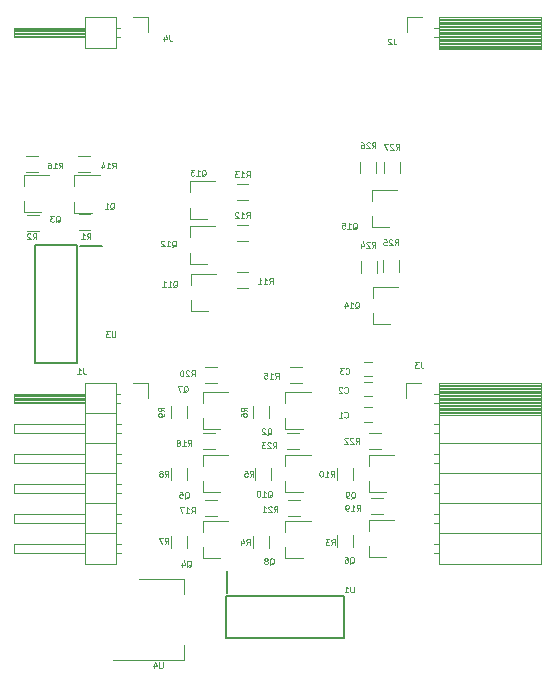
<source format=gbo>
%TF.GenerationSoftware,KiCad,Pcbnew,4.0.7*%
%TF.CreationDate,2017-11-15T23:48:28+08:00*%
%TF.ProjectId,Nixie-Tube-with-shiftR,4E697869652D547562652D776974682D,rev?*%
%TF.FileFunction,Legend,Bot*%
%FSLAX46Y46*%
G04 Gerber Fmt 4.6, Leading zero omitted, Abs format (unit mm)*
G04 Created by KiCad (PCBNEW 4.0.7) date 11/15/17 23:48:28*
%MOMM*%
%LPD*%
G01*
G04 APERTURE LIST*
%ADD10C,0.100000*%
%ADD11C,0.120000*%
%ADD12C,0.150000*%
G04 APERTURE END LIST*
D10*
D11*
X15360000Y-48290000D02*
X15360000Y-49550000D01*
X15360000Y-55110000D02*
X15360000Y-53850000D01*
X11600000Y-48290000D02*
X15360000Y-48290000D01*
X9350000Y-55110000D02*
X15360000Y-55110000D01*
X31350000Y-31600000D02*
X30650000Y-31600000D01*
X30650000Y-32800000D02*
X31350000Y-32800000D01*
X36960000Y-31670000D02*
X36960000Y-34270000D01*
X36960000Y-34270000D02*
X45590000Y-34270000D01*
X45590000Y-34270000D02*
X45590000Y-31670000D01*
X45590000Y-31670000D02*
X36960000Y-31670000D01*
X36530000Y-32620000D02*
X36960000Y-32620000D01*
X36530000Y-33380000D02*
X36960000Y-33380000D01*
X36960000Y-31850000D02*
X45590000Y-31850000D01*
X36960000Y-31970000D02*
X45590000Y-31970000D01*
X36960000Y-32090000D02*
X45590000Y-32090000D01*
X36960000Y-32210000D02*
X45590000Y-32210000D01*
X36960000Y-32330000D02*
X45590000Y-32330000D01*
X36960000Y-32450000D02*
X45590000Y-32450000D01*
X36960000Y-32570000D02*
X45590000Y-32570000D01*
X36960000Y-32690000D02*
X45590000Y-32690000D01*
X36960000Y-32810000D02*
X45590000Y-32810000D01*
X36960000Y-32930000D02*
X45590000Y-32930000D01*
X36960000Y-33050000D02*
X45590000Y-33050000D01*
X36960000Y-33170000D02*
X45590000Y-33170000D01*
X36960000Y-33290000D02*
X45590000Y-33290000D01*
X36960000Y-33410000D02*
X45590000Y-33410000D01*
X36960000Y-33530000D02*
X45590000Y-33530000D01*
X36960000Y-33650000D02*
X45590000Y-33650000D01*
X36960000Y-33770000D02*
X45590000Y-33770000D01*
X36960000Y-33890000D02*
X45590000Y-33890000D01*
X36960000Y-34010000D02*
X45590000Y-34010000D01*
X36960000Y-34130000D02*
X45590000Y-34130000D01*
X36960000Y-34250000D02*
X45590000Y-34250000D01*
X36960000Y-34370000D02*
X45590000Y-34370000D01*
X36960000Y-34270000D02*
X36960000Y-36810000D01*
X36960000Y-36810000D02*
X45590000Y-36810000D01*
X45590000Y-36810000D02*
X45590000Y-34270000D01*
X45590000Y-34270000D02*
X36960000Y-34270000D01*
X36530000Y-35160000D02*
X36960000Y-35160000D01*
X36530000Y-35920000D02*
X36960000Y-35920000D01*
X36960000Y-36810000D02*
X36960000Y-39350000D01*
X36960000Y-39350000D02*
X45590000Y-39350000D01*
X45590000Y-39350000D02*
X45590000Y-36810000D01*
X45590000Y-36810000D02*
X36960000Y-36810000D01*
X36530000Y-37700000D02*
X36960000Y-37700000D01*
X36530000Y-38460000D02*
X36960000Y-38460000D01*
X36960000Y-39350000D02*
X36960000Y-41890000D01*
X36960000Y-41890000D02*
X45590000Y-41890000D01*
X45590000Y-41890000D02*
X45590000Y-39350000D01*
X45590000Y-39350000D02*
X36960000Y-39350000D01*
X36530000Y-40240000D02*
X36960000Y-40240000D01*
X36530000Y-41000000D02*
X36960000Y-41000000D01*
X36960000Y-41890000D02*
X36960000Y-44430000D01*
X36960000Y-44430000D02*
X45590000Y-44430000D01*
X45590000Y-44430000D02*
X45590000Y-41890000D01*
X45590000Y-41890000D02*
X36960000Y-41890000D01*
X36530000Y-42780000D02*
X36960000Y-42780000D01*
X36530000Y-43540000D02*
X36960000Y-43540000D01*
X36960000Y-44430000D02*
X36960000Y-47030000D01*
X36960000Y-47030000D02*
X45590000Y-47030000D01*
X45590000Y-47030000D02*
X45590000Y-44430000D01*
X45590000Y-44430000D02*
X36960000Y-44430000D01*
X36530000Y-45320000D02*
X36960000Y-45320000D01*
X36530000Y-46080000D02*
X36960000Y-46080000D01*
X35500000Y-31730000D02*
X34230000Y-31730000D01*
X34230000Y-31730000D02*
X34230000Y-33000000D01*
X9660000Y-31670000D02*
X9660000Y-47030000D01*
X9660000Y-47030000D02*
X7000000Y-47030000D01*
X7000000Y-47030000D02*
X7000000Y-31670000D01*
X7000000Y-31670000D02*
X9660000Y-31670000D01*
X7000000Y-32620000D02*
X1000000Y-32620000D01*
X1000000Y-32620000D02*
X1000000Y-33380000D01*
X1000000Y-33380000D02*
X7000000Y-33380000D01*
X7000000Y-32680000D02*
X1000000Y-32680000D01*
X7000000Y-32800000D02*
X1000000Y-32800000D01*
X7000000Y-32920000D02*
X1000000Y-32920000D01*
X7000000Y-33040000D02*
X1000000Y-33040000D01*
X7000000Y-33160000D02*
X1000000Y-33160000D01*
X7000000Y-33280000D02*
X1000000Y-33280000D01*
X9990000Y-32620000D02*
X9660000Y-32620000D01*
X9990000Y-33380000D02*
X9660000Y-33380000D01*
X9660000Y-34270000D02*
X7000000Y-34270000D01*
X7000000Y-35160000D02*
X1000000Y-35160000D01*
X1000000Y-35160000D02*
X1000000Y-35920000D01*
X1000000Y-35920000D02*
X7000000Y-35920000D01*
X10057071Y-35160000D02*
X9660000Y-35160000D01*
X10057071Y-35920000D02*
X9660000Y-35920000D01*
X9660000Y-36810000D02*
X7000000Y-36810000D01*
X7000000Y-37700000D02*
X1000000Y-37700000D01*
X1000000Y-37700000D02*
X1000000Y-38460000D01*
X1000000Y-38460000D02*
X7000000Y-38460000D01*
X10057071Y-37700000D02*
X9660000Y-37700000D01*
X10057071Y-38460000D02*
X9660000Y-38460000D01*
X9660000Y-39350000D02*
X7000000Y-39350000D01*
X7000000Y-40240000D02*
X1000000Y-40240000D01*
X1000000Y-40240000D02*
X1000000Y-41000000D01*
X1000000Y-41000000D02*
X7000000Y-41000000D01*
X10057071Y-40240000D02*
X9660000Y-40240000D01*
X10057071Y-41000000D02*
X9660000Y-41000000D01*
X9660000Y-41890000D02*
X7000000Y-41890000D01*
X7000000Y-42780000D02*
X1000000Y-42780000D01*
X1000000Y-42780000D02*
X1000000Y-43540000D01*
X1000000Y-43540000D02*
X7000000Y-43540000D01*
X10057071Y-42780000D02*
X9660000Y-42780000D01*
X10057071Y-43540000D02*
X9660000Y-43540000D01*
X9660000Y-44430000D02*
X7000000Y-44430000D01*
X7000000Y-45320000D02*
X1000000Y-45320000D01*
X1000000Y-45320000D02*
X1000000Y-46080000D01*
X1000000Y-46080000D02*
X7000000Y-46080000D01*
X10057071Y-45320000D02*
X9660000Y-45320000D01*
X10057071Y-46080000D02*
X9660000Y-46080000D01*
X12370000Y-33000000D02*
X12370000Y-31730000D01*
X12370000Y-31730000D02*
X11100000Y-31730000D01*
X33680000Y-13950000D02*
X33680000Y-12950000D01*
X32320000Y-12950000D02*
X32320000Y-13950000D01*
X30320000Y-12950000D02*
X30320000Y-13950000D01*
X31680000Y-13950000D02*
X31680000Y-12950000D01*
X31290000Y-18480000D02*
X31290000Y-17550000D01*
X31290000Y-15320000D02*
X31290000Y-16250000D01*
X31290000Y-15320000D02*
X33450000Y-15320000D01*
X31290000Y-18480000D02*
X32750000Y-18480000D01*
D12*
X6375000Y-28775000D02*
X6375000Y-30025000D01*
X2775000Y-28750000D02*
X2775000Y-30025000D01*
X8425000Y-20115000D02*
X8225000Y-20115000D01*
X8225000Y-20115000D02*
X6575000Y-20115000D01*
X6375000Y-20015000D02*
X6375000Y-28765000D01*
X6375000Y-30025000D02*
X2775000Y-30025000D01*
X2775000Y-28765000D02*
X2775000Y-20015000D01*
X2775000Y-20015000D02*
X6375000Y-20015000D01*
X27685000Y-49695000D02*
X28935000Y-49695000D01*
X27660000Y-53295000D02*
X28935000Y-53295000D01*
X19025000Y-47645000D02*
X19025000Y-47845000D01*
X19025000Y-47845000D02*
X19025000Y-49495000D01*
X18925000Y-49695000D02*
X27675000Y-49695000D01*
X28935000Y-49695000D02*
X28935000Y-53295000D01*
X27675000Y-53295000D02*
X18925000Y-53295000D01*
X18925000Y-53295000D02*
X18925000Y-49695000D01*
D11*
X33630000Y-22300000D02*
X33630000Y-21300000D01*
X32270000Y-21300000D02*
X32270000Y-22300000D01*
X30370000Y-21350000D02*
X30370000Y-22350000D01*
X31730000Y-22350000D02*
X31730000Y-21350000D01*
X25150000Y-35945000D02*
X24150000Y-35945000D01*
X24150000Y-37305000D02*
X25150000Y-37305000D01*
X32050000Y-35945000D02*
X31050000Y-35945000D01*
X31050000Y-37305000D02*
X32050000Y-37305000D01*
X25200000Y-41595000D02*
X24200000Y-41595000D01*
X24200000Y-42955000D02*
X25200000Y-42955000D01*
X18200000Y-30320000D02*
X17200000Y-30320000D01*
X17200000Y-31680000D02*
X18200000Y-31680000D01*
X32250000Y-41445000D02*
X31250000Y-41445000D01*
X31250000Y-42805000D02*
X32250000Y-42805000D01*
X18000000Y-35945000D02*
X17000000Y-35945000D01*
X17000000Y-37305000D02*
X18000000Y-37305000D01*
X18200000Y-41570000D02*
X17200000Y-41570000D01*
X17200000Y-42930000D02*
X18200000Y-42930000D01*
X3050000Y-12470000D02*
X2050000Y-12470000D01*
X2050000Y-13830000D02*
X3050000Y-13830000D01*
X25350000Y-30320000D02*
X24350000Y-30320000D01*
X24350000Y-31680000D02*
X25350000Y-31680000D01*
X6425000Y-13855000D02*
X7425000Y-13855000D01*
X7425000Y-12495000D02*
X6425000Y-12495000D01*
X19850000Y-16180000D02*
X20850000Y-16180000D01*
X20850000Y-14820000D02*
X19850000Y-14820000D01*
X19850000Y-19630000D02*
X20850000Y-19630000D01*
X20850000Y-18270000D02*
X19850000Y-18270000D01*
X19850000Y-23680000D02*
X20850000Y-23680000D01*
X20850000Y-22320000D02*
X19850000Y-22320000D01*
X29680000Y-39875000D02*
X29680000Y-38875000D01*
X28320000Y-38875000D02*
X28320000Y-39875000D01*
X15630000Y-34650000D02*
X15630000Y-33650000D01*
X14270000Y-33650000D02*
X14270000Y-34650000D01*
X15630000Y-39875000D02*
X15630000Y-38875000D01*
X14270000Y-38875000D02*
X14270000Y-39875000D01*
X15630000Y-45675000D02*
X15630000Y-44675000D01*
X14270000Y-44675000D02*
X14270000Y-45675000D01*
X22630000Y-34650000D02*
X22630000Y-33650000D01*
X21270000Y-33650000D02*
X21270000Y-34650000D01*
X22780000Y-39875000D02*
X22780000Y-38875000D01*
X21420000Y-38875000D02*
X21420000Y-39875000D01*
X22630000Y-45675000D02*
X22630000Y-44675000D01*
X21270000Y-44675000D02*
X21270000Y-45675000D01*
X29680000Y-45600000D02*
X29680000Y-44600000D01*
X28320000Y-44600000D02*
X28320000Y-45600000D01*
X2100000Y-18830000D02*
X3100000Y-18830000D01*
X3100000Y-17470000D02*
X2100000Y-17470000D01*
X6475000Y-18755000D02*
X7475000Y-18755000D01*
X7475000Y-17395000D02*
X6475000Y-17395000D01*
X31390000Y-26730000D02*
X31390000Y-25800000D01*
X31390000Y-23570000D02*
X31390000Y-24500000D01*
X31390000Y-23570000D02*
X33550000Y-23570000D01*
X31390000Y-26730000D02*
X32850000Y-26730000D01*
X15890000Y-17780000D02*
X15890000Y-16850000D01*
X15890000Y-14620000D02*
X15890000Y-15550000D01*
X15890000Y-14620000D02*
X18050000Y-14620000D01*
X15890000Y-17780000D02*
X17350000Y-17780000D01*
X15890000Y-21580000D02*
X15890000Y-20650000D01*
X15890000Y-18420000D02*
X15890000Y-19350000D01*
X15890000Y-18420000D02*
X18050000Y-18420000D01*
X15890000Y-21580000D02*
X17350000Y-21580000D01*
X15990000Y-25580000D02*
X15990000Y-24650000D01*
X15990000Y-22420000D02*
X15990000Y-23350000D01*
X15990000Y-22420000D02*
X18150000Y-22420000D01*
X15990000Y-25580000D02*
X17450000Y-25580000D01*
X23990000Y-40955000D02*
X23990000Y-40025000D01*
X23990000Y-37795000D02*
X23990000Y-38725000D01*
X23990000Y-37795000D02*
X26150000Y-37795000D01*
X23990000Y-40955000D02*
X25450000Y-40955000D01*
X31040000Y-40955000D02*
X31040000Y-40025000D01*
X31040000Y-37795000D02*
X31040000Y-38725000D01*
X31040000Y-37795000D02*
X33200000Y-37795000D01*
X31040000Y-40955000D02*
X32500000Y-40955000D01*
X23990000Y-46530000D02*
X23990000Y-45600000D01*
X23990000Y-43370000D02*
X23990000Y-44300000D01*
X23990000Y-43370000D02*
X26150000Y-43370000D01*
X23990000Y-46530000D02*
X25450000Y-46530000D01*
X16990000Y-35580000D02*
X16990000Y-34650000D01*
X16990000Y-32420000D02*
X16990000Y-33350000D01*
X16990000Y-32420000D02*
X19150000Y-32420000D01*
X16990000Y-35580000D02*
X18450000Y-35580000D01*
X31040000Y-46455000D02*
X31040000Y-45525000D01*
X31040000Y-43295000D02*
X31040000Y-44225000D01*
X31040000Y-43295000D02*
X33200000Y-43295000D01*
X31040000Y-46455000D02*
X32500000Y-46455000D01*
X16990000Y-40955000D02*
X16990000Y-40025000D01*
X16990000Y-37795000D02*
X16990000Y-38725000D01*
X16990000Y-37795000D02*
X19150000Y-37795000D01*
X16990000Y-40955000D02*
X18450000Y-40955000D01*
X16990000Y-46530000D02*
X16990000Y-45600000D01*
X16990000Y-43370000D02*
X16990000Y-44300000D01*
X16990000Y-43370000D02*
X19150000Y-43370000D01*
X16990000Y-46530000D02*
X18450000Y-46530000D01*
X23990000Y-35580000D02*
X23990000Y-34650000D01*
X23990000Y-32420000D02*
X23990000Y-33350000D01*
X23990000Y-32420000D02*
X26150000Y-32420000D01*
X23990000Y-35580000D02*
X25450000Y-35580000D01*
X6115000Y-17255000D02*
X6115000Y-16325000D01*
X6115000Y-14095000D02*
X6115000Y-15025000D01*
X6115000Y-14095000D02*
X8275000Y-14095000D01*
X6115000Y-17255000D02*
X7575000Y-17255000D01*
X9660000Y-670000D02*
X9660000Y-3330000D01*
X9660000Y-3330000D02*
X7000000Y-3330000D01*
X7000000Y-3330000D02*
X7000000Y-670000D01*
X7000000Y-670000D02*
X9660000Y-670000D01*
X7000000Y-1620000D02*
X1000000Y-1620000D01*
X1000000Y-1620000D02*
X1000000Y-2380000D01*
X1000000Y-2380000D02*
X7000000Y-2380000D01*
X7000000Y-1680000D02*
X1000000Y-1680000D01*
X7000000Y-1800000D02*
X1000000Y-1800000D01*
X7000000Y-1920000D02*
X1000000Y-1920000D01*
X7000000Y-2040000D02*
X1000000Y-2040000D01*
X7000000Y-2160000D02*
X1000000Y-2160000D01*
X7000000Y-2280000D02*
X1000000Y-2280000D01*
X9990000Y-1620000D02*
X9660000Y-1620000D01*
X9990000Y-2380000D02*
X9660000Y-2380000D01*
X12370000Y-2000000D02*
X12370000Y-730000D01*
X12370000Y-730000D02*
X11100000Y-730000D01*
X37010000Y-670000D02*
X37010000Y-3330000D01*
X37010000Y-3330000D02*
X45640000Y-3330000D01*
X45640000Y-3330000D02*
X45640000Y-670000D01*
X45640000Y-670000D02*
X37010000Y-670000D01*
X37010000Y-670000D02*
X37010000Y-3270000D01*
X37010000Y-3270000D02*
X45640000Y-3270000D01*
X45640000Y-3270000D02*
X45640000Y-670000D01*
X45640000Y-670000D02*
X37010000Y-670000D01*
X36580000Y-1620000D02*
X37010000Y-1620000D01*
X36580000Y-2380000D02*
X37010000Y-2380000D01*
X37010000Y-850000D02*
X45640000Y-850000D01*
X37010000Y-970000D02*
X45640000Y-970000D01*
X37010000Y-1090000D02*
X45640000Y-1090000D01*
X37010000Y-1210000D02*
X45640000Y-1210000D01*
X37010000Y-1330000D02*
X45640000Y-1330000D01*
X37010000Y-1450000D02*
X45640000Y-1450000D01*
X37010000Y-1570000D02*
X45640000Y-1570000D01*
X37010000Y-1690000D02*
X45640000Y-1690000D01*
X37010000Y-1810000D02*
X45640000Y-1810000D01*
X37010000Y-1930000D02*
X45640000Y-1930000D01*
X37010000Y-2050000D02*
X45640000Y-2050000D01*
X37010000Y-2170000D02*
X45640000Y-2170000D01*
X37010000Y-2290000D02*
X45640000Y-2290000D01*
X37010000Y-2410000D02*
X45640000Y-2410000D01*
X37010000Y-2530000D02*
X45640000Y-2530000D01*
X37010000Y-2650000D02*
X45640000Y-2650000D01*
X37010000Y-2770000D02*
X45640000Y-2770000D01*
X37010000Y-2890000D02*
X45640000Y-2890000D01*
X37010000Y-3010000D02*
X45640000Y-3010000D01*
X37010000Y-3130000D02*
X45640000Y-3130000D01*
X37010000Y-3250000D02*
X45640000Y-3250000D01*
X37010000Y-3370000D02*
X45640000Y-3370000D01*
X35550000Y-730000D02*
X34280000Y-730000D01*
X34280000Y-730000D02*
X34280000Y-2000000D01*
X30650000Y-34950000D02*
X31350000Y-34950000D01*
X31350000Y-33750000D02*
X30650000Y-33750000D01*
X1840000Y-17230000D02*
X1840000Y-16300000D01*
X1840000Y-14070000D02*
X1840000Y-15000000D01*
X1840000Y-14070000D02*
X4000000Y-14070000D01*
X1840000Y-17230000D02*
X3300000Y-17230000D01*
X31350000Y-29900000D02*
X30650000Y-29900000D01*
X30650000Y-31100000D02*
X31350000Y-31100000D01*
D10*
X13580952Y-55326190D02*
X13580952Y-55730952D01*
X13557143Y-55778571D01*
X13533333Y-55802381D01*
X13485714Y-55826190D01*
X13390476Y-55826190D01*
X13342857Y-55802381D01*
X13319048Y-55778571D01*
X13295238Y-55730952D01*
X13295238Y-55326190D01*
X12842857Y-55492857D02*
X12842857Y-55826190D01*
X12961904Y-55302381D02*
X13080952Y-55659524D01*
X12771428Y-55659524D01*
X28983333Y-32478571D02*
X29007143Y-32502381D01*
X29078571Y-32526190D01*
X29126190Y-32526190D01*
X29197619Y-32502381D01*
X29245238Y-32454762D01*
X29269047Y-32407143D01*
X29292857Y-32311905D01*
X29292857Y-32240476D01*
X29269047Y-32145238D01*
X29245238Y-32097619D01*
X29197619Y-32050000D01*
X29126190Y-32026190D01*
X29078571Y-32026190D01*
X29007143Y-32050000D01*
X28983333Y-32073810D01*
X28792857Y-32073810D02*
X28769047Y-32050000D01*
X28721428Y-32026190D01*
X28602381Y-32026190D01*
X28554762Y-32050000D01*
X28530952Y-32073810D01*
X28507143Y-32121429D01*
X28507143Y-32169048D01*
X28530952Y-32240476D01*
X28816666Y-32526190D01*
X28507143Y-32526190D01*
X35466666Y-29926190D02*
X35466666Y-30283333D01*
X35490476Y-30354762D01*
X35538095Y-30402381D01*
X35609523Y-30426190D01*
X35657142Y-30426190D01*
X35276190Y-29926190D02*
X34966667Y-29926190D01*
X35133333Y-30116667D01*
X35061905Y-30116667D01*
X35014286Y-30140476D01*
X34990476Y-30164286D01*
X34966667Y-30211905D01*
X34966667Y-30330952D01*
X34990476Y-30378571D01*
X35014286Y-30402381D01*
X35061905Y-30426190D01*
X35204762Y-30426190D01*
X35252381Y-30402381D01*
X35276190Y-30378571D01*
X6881666Y-30456190D02*
X6881666Y-30813333D01*
X6905476Y-30884762D01*
X6953095Y-30932381D01*
X7024523Y-30956190D01*
X7072142Y-30956190D01*
X6381667Y-30956190D02*
X6667381Y-30956190D01*
X6524524Y-30956190D02*
X6524524Y-30456190D01*
X6572143Y-30527619D01*
X6619762Y-30575238D01*
X6667381Y-30599048D01*
X33321428Y-11926190D02*
X33488095Y-11688095D01*
X33607142Y-11926190D02*
X33607142Y-11426190D01*
X33416666Y-11426190D01*
X33369047Y-11450000D01*
X33345238Y-11473810D01*
X33321428Y-11521429D01*
X33321428Y-11592857D01*
X33345238Y-11640476D01*
X33369047Y-11664286D01*
X33416666Y-11688095D01*
X33607142Y-11688095D01*
X33130952Y-11473810D02*
X33107142Y-11450000D01*
X33059523Y-11426190D01*
X32940476Y-11426190D01*
X32892857Y-11450000D01*
X32869047Y-11473810D01*
X32845238Y-11521429D01*
X32845238Y-11569048D01*
X32869047Y-11640476D01*
X33154761Y-11926190D01*
X32845238Y-11926190D01*
X32678571Y-11426190D02*
X32345238Y-11426190D01*
X32559524Y-11926190D01*
X31321428Y-11826190D02*
X31488095Y-11588095D01*
X31607142Y-11826190D02*
X31607142Y-11326190D01*
X31416666Y-11326190D01*
X31369047Y-11350000D01*
X31345238Y-11373810D01*
X31321428Y-11421429D01*
X31321428Y-11492857D01*
X31345238Y-11540476D01*
X31369047Y-11564286D01*
X31416666Y-11588095D01*
X31607142Y-11588095D01*
X31130952Y-11373810D02*
X31107142Y-11350000D01*
X31059523Y-11326190D01*
X30940476Y-11326190D01*
X30892857Y-11350000D01*
X30869047Y-11373810D01*
X30845238Y-11421429D01*
X30845238Y-11469048D01*
X30869047Y-11540476D01*
X31154761Y-11826190D01*
X30845238Y-11826190D01*
X30416667Y-11326190D02*
X30511905Y-11326190D01*
X30559524Y-11350000D01*
X30583333Y-11373810D01*
X30630952Y-11445238D01*
X30654762Y-11540476D01*
X30654762Y-11730952D01*
X30630952Y-11778571D01*
X30607143Y-11802381D01*
X30559524Y-11826190D01*
X30464286Y-11826190D01*
X30416667Y-11802381D01*
X30392857Y-11778571D01*
X30369048Y-11730952D01*
X30369048Y-11611905D01*
X30392857Y-11564286D01*
X30416667Y-11540476D01*
X30464286Y-11516667D01*
X30559524Y-11516667D01*
X30607143Y-11540476D01*
X30630952Y-11564286D01*
X30654762Y-11611905D01*
X29685714Y-18673810D02*
X29733333Y-18650000D01*
X29780952Y-18602381D01*
X29852381Y-18530952D01*
X29900000Y-18507143D01*
X29947619Y-18507143D01*
X29923809Y-18626190D02*
X29971428Y-18602381D01*
X30019047Y-18554762D01*
X30042857Y-18459524D01*
X30042857Y-18292857D01*
X30019047Y-18197619D01*
X29971428Y-18150000D01*
X29923809Y-18126190D01*
X29828571Y-18126190D01*
X29780952Y-18150000D01*
X29733333Y-18197619D01*
X29709524Y-18292857D01*
X29709524Y-18459524D01*
X29733333Y-18554762D01*
X29780952Y-18602381D01*
X29828571Y-18626190D01*
X29923809Y-18626190D01*
X29233333Y-18626190D02*
X29519047Y-18626190D01*
X29376190Y-18626190D02*
X29376190Y-18126190D01*
X29423809Y-18197619D01*
X29471428Y-18245238D01*
X29519047Y-18269048D01*
X28780952Y-18126190D02*
X29019047Y-18126190D01*
X29042857Y-18364286D01*
X29019047Y-18340476D01*
X28971428Y-18316667D01*
X28852381Y-18316667D01*
X28804762Y-18340476D01*
X28780952Y-18364286D01*
X28757143Y-18411905D01*
X28757143Y-18530952D01*
X28780952Y-18578571D01*
X28804762Y-18602381D01*
X28852381Y-18626190D01*
X28971428Y-18626190D01*
X29019047Y-18602381D01*
X29042857Y-18578571D01*
X9580952Y-27326190D02*
X9580952Y-27730952D01*
X9557143Y-27778571D01*
X9533333Y-27802381D01*
X9485714Y-27826190D01*
X9390476Y-27826190D01*
X9342857Y-27802381D01*
X9319048Y-27778571D01*
X9295238Y-27730952D01*
X9295238Y-27326190D01*
X9104761Y-27326190D02*
X8795238Y-27326190D01*
X8961904Y-27516667D01*
X8890476Y-27516667D01*
X8842857Y-27540476D01*
X8819047Y-27564286D01*
X8795238Y-27611905D01*
X8795238Y-27730952D01*
X8819047Y-27778571D01*
X8842857Y-27802381D01*
X8890476Y-27826190D01*
X9033333Y-27826190D01*
X9080952Y-27802381D01*
X9104761Y-27778571D01*
X29780952Y-48926190D02*
X29780952Y-49330952D01*
X29757143Y-49378571D01*
X29733333Y-49402381D01*
X29685714Y-49426190D01*
X29590476Y-49426190D01*
X29542857Y-49402381D01*
X29519048Y-49378571D01*
X29495238Y-49330952D01*
X29495238Y-48926190D01*
X28995238Y-49426190D02*
X29280952Y-49426190D01*
X29138095Y-49426190D02*
X29138095Y-48926190D01*
X29185714Y-48997619D01*
X29233333Y-49045238D01*
X29280952Y-49069048D01*
X33221428Y-20026190D02*
X33388095Y-19788095D01*
X33507142Y-20026190D02*
X33507142Y-19526190D01*
X33316666Y-19526190D01*
X33269047Y-19550000D01*
X33245238Y-19573810D01*
X33221428Y-19621429D01*
X33221428Y-19692857D01*
X33245238Y-19740476D01*
X33269047Y-19764286D01*
X33316666Y-19788095D01*
X33507142Y-19788095D01*
X33030952Y-19573810D02*
X33007142Y-19550000D01*
X32959523Y-19526190D01*
X32840476Y-19526190D01*
X32792857Y-19550000D01*
X32769047Y-19573810D01*
X32745238Y-19621429D01*
X32745238Y-19669048D01*
X32769047Y-19740476D01*
X33054761Y-20026190D01*
X32745238Y-20026190D01*
X32292857Y-19526190D02*
X32530952Y-19526190D01*
X32554762Y-19764286D01*
X32530952Y-19740476D01*
X32483333Y-19716667D01*
X32364286Y-19716667D01*
X32316667Y-19740476D01*
X32292857Y-19764286D01*
X32269048Y-19811905D01*
X32269048Y-19930952D01*
X32292857Y-19978571D01*
X32316667Y-20002381D01*
X32364286Y-20026190D01*
X32483333Y-20026190D01*
X32530952Y-20002381D01*
X32554762Y-19978571D01*
X31321428Y-20226190D02*
X31488095Y-19988095D01*
X31607142Y-20226190D02*
X31607142Y-19726190D01*
X31416666Y-19726190D01*
X31369047Y-19750000D01*
X31345238Y-19773810D01*
X31321428Y-19821429D01*
X31321428Y-19892857D01*
X31345238Y-19940476D01*
X31369047Y-19964286D01*
X31416666Y-19988095D01*
X31607142Y-19988095D01*
X31130952Y-19773810D02*
X31107142Y-19750000D01*
X31059523Y-19726190D01*
X30940476Y-19726190D01*
X30892857Y-19750000D01*
X30869047Y-19773810D01*
X30845238Y-19821429D01*
X30845238Y-19869048D01*
X30869047Y-19940476D01*
X31154761Y-20226190D01*
X30845238Y-20226190D01*
X30416667Y-19892857D02*
X30416667Y-20226190D01*
X30535714Y-19702381D02*
X30654762Y-20059524D01*
X30345238Y-20059524D01*
X22921428Y-37226190D02*
X23088095Y-36988095D01*
X23207142Y-37226190D02*
X23207142Y-36726190D01*
X23016666Y-36726190D01*
X22969047Y-36750000D01*
X22945238Y-36773810D01*
X22921428Y-36821429D01*
X22921428Y-36892857D01*
X22945238Y-36940476D01*
X22969047Y-36964286D01*
X23016666Y-36988095D01*
X23207142Y-36988095D01*
X22730952Y-36773810D02*
X22707142Y-36750000D01*
X22659523Y-36726190D01*
X22540476Y-36726190D01*
X22492857Y-36750000D01*
X22469047Y-36773810D01*
X22445238Y-36821429D01*
X22445238Y-36869048D01*
X22469047Y-36940476D01*
X22754761Y-37226190D01*
X22445238Y-37226190D01*
X22278571Y-36726190D02*
X21969048Y-36726190D01*
X22135714Y-36916667D01*
X22064286Y-36916667D01*
X22016667Y-36940476D01*
X21992857Y-36964286D01*
X21969048Y-37011905D01*
X21969048Y-37130952D01*
X21992857Y-37178571D01*
X22016667Y-37202381D01*
X22064286Y-37226190D01*
X22207143Y-37226190D01*
X22254762Y-37202381D01*
X22278571Y-37178571D01*
X29921428Y-36826190D02*
X30088095Y-36588095D01*
X30207142Y-36826190D02*
X30207142Y-36326190D01*
X30016666Y-36326190D01*
X29969047Y-36350000D01*
X29945238Y-36373810D01*
X29921428Y-36421429D01*
X29921428Y-36492857D01*
X29945238Y-36540476D01*
X29969047Y-36564286D01*
X30016666Y-36588095D01*
X30207142Y-36588095D01*
X29730952Y-36373810D02*
X29707142Y-36350000D01*
X29659523Y-36326190D01*
X29540476Y-36326190D01*
X29492857Y-36350000D01*
X29469047Y-36373810D01*
X29445238Y-36421429D01*
X29445238Y-36469048D01*
X29469047Y-36540476D01*
X29754761Y-36826190D01*
X29445238Y-36826190D01*
X29254762Y-36373810D02*
X29230952Y-36350000D01*
X29183333Y-36326190D01*
X29064286Y-36326190D01*
X29016667Y-36350000D01*
X28992857Y-36373810D01*
X28969048Y-36421429D01*
X28969048Y-36469048D01*
X28992857Y-36540476D01*
X29278571Y-36826190D01*
X28969048Y-36826190D01*
X23021428Y-42626190D02*
X23188095Y-42388095D01*
X23307142Y-42626190D02*
X23307142Y-42126190D01*
X23116666Y-42126190D01*
X23069047Y-42150000D01*
X23045238Y-42173810D01*
X23021428Y-42221429D01*
X23021428Y-42292857D01*
X23045238Y-42340476D01*
X23069047Y-42364286D01*
X23116666Y-42388095D01*
X23307142Y-42388095D01*
X22830952Y-42173810D02*
X22807142Y-42150000D01*
X22759523Y-42126190D01*
X22640476Y-42126190D01*
X22592857Y-42150000D01*
X22569047Y-42173810D01*
X22545238Y-42221429D01*
X22545238Y-42269048D01*
X22569047Y-42340476D01*
X22854761Y-42626190D01*
X22545238Y-42626190D01*
X22069048Y-42626190D02*
X22354762Y-42626190D01*
X22211905Y-42626190D02*
X22211905Y-42126190D01*
X22259524Y-42197619D01*
X22307143Y-42245238D01*
X22354762Y-42269048D01*
X16021428Y-31126190D02*
X16188095Y-30888095D01*
X16307142Y-31126190D02*
X16307142Y-30626190D01*
X16116666Y-30626190D01*
X16069047Y-30650000D01*
X16045238Y-30673810D01*
X16021428Y-30721429D01*
X16021428Y-30792857D01*
X16045238Y-30840476D01*
X16069047Y-30864286D01*
X16116666Y-30888095D01*
X16307142Y-30888095D01*
X15830952Y-30673810D02*
X15807142Y-30650000D01*
X15759523Y-30626190D01*
X15640476Y-30626190D01*
X15592857Y-30650000D01*
X15569047Y-30673810D01*
X15545238Y-30721429D01*
X15545238Y-30769048D01*
X15569047Y-30840476D01*
X15854761Y-31126190D01*
X15545238Y-31126190D01*
X15235714Y-30626190D02*
X15188095Y-30626190D01*
X15140476Y-30650000D01*
X15116667Y-30673810D01*
X15092857Y-30721429D01*
X15069048Y-30816667D01*
X15069048Y-30935714D01*
X15092857Y-31030952D01*
X15116667Y-31078571D01*
X15140476Y-31102381D01*
X15188095Y-31126190D01*
X15235714Y-31126190D01*
X15283333Y-31102381D01*
X15307143Y-31078571D01*
X15330952Y-31030952D01*
X15354762Y-30935714D01*
X15354762Y-30816667D01*
X15330952Y-30721429D01*
X15307143Y-30673810D01*
X15283333Y-30650000D01*
X15235714Y-30626190D01*
X30021428Y-42526190D02*
X30188095Y-42288095D01*
X30307142Y-42526190D02*
X30307142Y-42026190D01*
X30116666Y-42026190D01*
X30069047Y-42050000D01*
X30045238Y-42073810D01*
X30021428Y-42121429D01*
X30021428Y-42192857D01*
X30045238Y-42240476D01*
X30069047Y-42264286D01*
X30116666Y-42288095D01*
X30307142Y-42288095D01*
X29545238Y-42526190D02*
X29830952Y-42526190D01*
X29688095Y-42526190D02*
X29688095Y-42026190D01*
X29735714Y-42097619D01*
X29783333Y-42145238D01*
X29830952Y-42169048D01*
X29307143Y-42526190D02*
X29211905Y-42526190D01*
X29164286Y-42502381D01*
X29140476Y-42478571D01*
X29092857Y-42407143D01*
X29069048Y-42311905D01*
X29069048Y-42121429D01*
X29092857Y-42073810D01*
X29116667Y-42050000D01*
X29164286Y-42026190D01*
X29259524Y-42026190D01*
X29307143Y-42050000D01*
X29330952Y-42073810D01*
X29354762Y-42121429D01*
X29354762Y-42240476D01*
X29330952Y-42288095D01*
X29307143Y-42311905D01*
X29259524Y-42335714D01*
X29164286Y-42335714D01*
X29116667Y-42311905D01*
X29092857Y-42288095D01*
X29069048Y-42240476D01*
X15721428Y-37026190D02*
X15888095Y-36788095D01*
X16007142Y-37026190D02*
X16007142Y-36526190D01*
X15816666Y-36526190D01*
X15769047Y-36550000D01*
X15745238Y-36573810D01*
X15721428Y-36621429D01*
X15721428Y-36692857D01*
X15745238Y-36740476D01*
X15769047Y-36764286D01*
X15816666Y-36788095D01*
X16007142Y-36788095D01*
X15245238Y-37026190D02*
X15530952Y-37026190D01*
X15388095Y-37026190D02*
X15388095Y-36526190D01*
X15435714Y-36597619D01*
X15483333Y-36645238D01*
X15530952Y-36669048D01*
X14959524Y-36740476D02*
X15007143Y-36716667D01*
X15030952Y-36692857D01*
X15054762Y-36645238D01*
X15054762Y-36621429D01*
X15030952Y-36573810D01*
X15007143Y-36550000D01*
X14959524Y-36526190D01*
X14864286Y-36526190D01*
X14816667Y-36550000D01*
X14792857Y-36573810D01*
X14769048Y-36621429D01*
X14769048Y-36645238D01*
X14792857Y-36692857D01*
X14816667Y-36716667D01*
X14864286Y-36740476D01*
X14959524Y-36740476D01*
X15007143Y-36764286D01*
X15030952Y-36788095D01*
X15054762Y-36835714D01*
X15054762Y-36930952D01*
X15030952Y-36978571D01*
X15007143Y-37002381D01*
X14959524Y-37026190D01*
X14864286Y-37026190D01*
X14816667Y-37002381D01*
X14792857Y-36978571D01*
X14769048Y-36930952D01*
X14769048Y-36835714D01*
X14792857Y-36788095D01*
X14816667Y-36764286D01*
X14864286Y-36740476D01*
X16021428Y-42726190D02*
X16188095Y-42488095D01*
X16307142Y-42726190D02*
X16307142Y-42226190D01*
X16116666Y-42226190D01*
X16069047Y-42250000D01*
X16045238Y-42273810D01*
X16021428Y-42321429D01*
X16021428Y-42392857D01*
X16045238Y-42440476D01*
X16069047Y-42464286D01*
X16116666Y-42488095D01*
X16307142Y-42488095D01*
X15545238Y-42726190D02*
X15830952Y-42726190D01*
X15688095Y-42726190D02*
X15688095Y-42226190D01*
X15735714Y-42297619D01*
X15783333Y-42345238D01*
X15830952Y-42369048D01*
X15378571Y-42226190D02*
X15045238Y-42226190D01*
X15259524Y-42726190D01*
X4821428Y-13526190D02*
X4988095Y-13288095D01*
X5107142Y-13526190D02*
X5107142Y-13026190D01*
X4916666Y-13026190D01*
X4869047Y-13050000D01*
X4845238Y-13073810D01*
X4821428Y-13121429D01*
X4821428Y-13192857D01*
X4845238Y-13240476D01*
X4869047Y-13264286D01*
X4916666Y-13288095D01*
X5107142Y-13288095D01*
X4345238Y-13526190D02*
X4630952Y-13526190D01*
X4488095Y-13526190D02*
X4488095Y-13026190D01*
X4535714Y-13097619D01*
X4583333Y-13145238D01*
X4630952Y-13169048D01*
X3916667Y-13026190D02*
X4011905Y-13026190D01*
X4059524Y-13050000D01*
X4083333Y-13073810D01*
X4130952Y-13145238D01*
X4154762Y-13240476D01*
X4154762Y-13430952D01*
X4130952Y-13478571D01*
X4107143Y-13502381D01*
X4059524Y-13526190D01*
X3964286Y-13526190D01*
X3916667Y-13502381D01*
X3892857Y-13478571D01*
X3869048Y-13430952D01*
X3869048Y-13311905D01*
X3892857Y-13264286D01*
X3916667Y-13240476D01*
X3964286Y-13216667D01*
X4059524Y-13216667D01*
X4107143Y-13240476D01*
X4130952Y-13264286D01*
X4154762Y-13311905D01*
X23121428Y-31326190D02*
X23288095Y-31088095D01*
X23407142Y-31326190D02*
X23407142Y-30826190D01*
X23216666Y-30826190D01*
X23169047Y-30850000D01*
X23145238Y-30873810D01*
X23121428Y-30921429D01*
X23121428Y-30992857D01*
X23145238Y-31040476D01*
X23169047Y-31064286D01*
X23216666Y-31088095D01*
X23407142Y-31088095D01*
X22645238Y-31326190D02*
X22930952Y-31326190D01*
X22788095Y-31326190D02*
X22788095Y-30826190D01*
X22835714Y-30897619D01*
X22883333Y-30945238D01*
X22930952Y-30969048D01*
X22192857Y-30826190D02*
X22430952Y-30826190D01*
X22454762Y-31064286D01*
X22430952Y-31040476D01*
X22383333Y-31016667D01*
X22264286Y-31016667D01*
X22216667Y-31040476D01*
X22192857Y-31064286D01*
X22169048Y-31111905D01*
X22169048Y-31230952D01*
X22192857Y-31278571D01*
X22216667Y-31302381D01*
X22264286Y-31326190D01*
X22383333Y-31326190D01*
X22430952Y-31302381D01*
X22454762Y-31278571D01*
X9321428Y-13526190D02*
X9488095Y-13288095D01*
X9607142Y-13526190D02*
X9607142Y-13026190D01*
X9416666Y-13026190D01*
X9369047Y-13050000D01*
X9345238Y-13073810D01*
X9321428Y-13121429D01*
X9321428Y-13192857D01*
X9345238Y-13240476D01*
X9369047Y-13264286D01*
X9416666Y-13288095D01*
X9607142Y-13288095D01*
X8845238Y-13526190D02*
X9130952Y-13526190D01*
X8988095Y-13526190D02*
X8988095Y-13026190D01*
X9035714Y-13097619D01*
X9083333Y-13145238D01*
X9130952Y-13169048D01*
X8416667Y-13192857D02*
X8416667Y-13526190D01*
X8535714Y-13002381D02*
X8654762Y-13359524D01*
X8345238Y-13359524D01*
X20671428Y-14276190D02*
X20838095Y-14038095D01*
X20957142Y-14276190D02*
X20957142Y-13776190D01*
X20766666Y-13776190D01*
X20719047Y-13800000D01*
X20695238Y-13823810D01*
X20671428Y-13871429D01*
X20671428Y-13942857D01*
X20695238Y-13990476D01*
X20719047Y-14014286D01*
X20766666Y-14038095D01*
X20957142Y-14038095D01*
X20195238Y-14276190D02*
X20480952Y-14276190D01*
X20338095Y-14276190D02*
X20338095Y-13776190D01*
X20385714Y-13847619D01*
X20433333Y-13895238D01*
X20480952Y-13919048D01*
X20028571Y-13776190D02*
X19719048Y-13776190D01*
X19885714Y-13966667D01*
X19814286Y-13966667D01*
X19766667Y-13990476D01*
X19742857Y-14014286D01*
X19719048Y-14061905D01*
X19719048Y-14180952D01*
X19742857Y-14228571D01*
X19766667Y-14252381D01*
X19814286Y-14276190D01*
X19957143Y-14276190D01*
X20004762Y-14252381D01*
X20028571Y-14228571D01*
X20671428Y-17726190D02*
X20838095Y-17488095D01*
X20957142Y-17726190D02*
X20957142Y-17226190D01*
X20766666Y-17226190D01*
X20719047Y-17250000D01*
X20695238Y-17273810D01*
X20671428Y-17321429D01*
X20671428Y-17392857D01*
X20695238Y-17440476D01*
X20719047Y-17464286D01*
X20766666Y-17488095D01*
X20957142Y-17488095D01*
X20195238Y-17726190D02*
X20480952Y-17726190D01*
X20338095Y-17726190D02*
X20338095Y-17226190D01*
X20385714Y-17297619D01*
X20433333Y-17345238D01*
X20480952Y-17369048D01*
X20004762Y-17273810D02*
X19980952Y-17250000D01*
X19933333Y-17226190D01*
X19814286Y-17226190D01*
X19766667Y-17250000D01*
X19742857Y-17273810D01*
X19719048Y-17321429D01*
X19719048Y-17369048D01*
X19742857Y-17440476D01*
X20028571Y-17726190D01*
X19719048Y-17726190D01*
X22621428Y-23326190D02*
X22788095Y-23088095D01*
X22907142Y-23326190D02*
X22907142Y-22826190D01*
X22716666Y-22826190D01*
X22669047Y-22850000D01*
X22645238Y-22873810D01*
X22621428Y-22921429D01*
X22621428Y-22992857D01*
X22645238Y-23040476D01*
X22669047Y-23064286D01*
X22716666Y-23088095D01*
X22907142Y-23088095D01*
X22145238Y-23326190D02*
X22430952Y-23326190D01*
X22288095Y-23326190D02*
X22288095Y-22826190D01*
X22335714Y-22897619D01*
X22383333Y-22945238D01*
X22430952Y-22969048D01*
X21669048Y-23326190D02*
X21954762Y-23326190D01*
X21811905Y-23326190D02*
X21811905Y-22826190D01*
X21859524Y-22897619D01*
X21907143Y-22945238D01*
X21954762Y-22969048D01*
X27821428Y-39626190D02*
X27988095Y-39388095D01*
X28107142Y-39626190D02*
X28107142Y-39126190D01*
X27916666Y-39126190D01*
X27869047Y-39150000D01*
X27845238Y-39173810D01*
X27821428Y-39221429D01*
X27821428Y-39292857D01*
X27845238Y-39340476D01*
X27869047Y-39364286D01*
X27916666Y-39388095D01*
X28107142Y-39388095D01*
X27345238Y-39626190D02*
X27630952Y-39626190D01*
X27488095Y-39626190D02*
X27488095Y-39126190D01*
X27535714Y-39197619D01*
X27583333Y-39245238D01*
X27630952Y-39269048D01*
X27035714Y-39126190D02*
X26988095Y-39126190D01*
X26940476Y-39150000D01*
X26916667Y-39173810D01*
X26892857Y-39221429D01*
X26869048Y-39316667D01*
X26869048Y-39435714D01*
X26892857Y-39530952D01*
X26916667Y-39578571D01*
X26940476Y-39602381D01*
X26988095Y-39626190D01*
X27035714Y-39626190D01*
X27083333Y-39602381D01*
X27107143Y-39578571D01*
X27130952Y-39530952D01*
X27154762Y-39435714D01*
X27154762Y-39316667D01*
X27130952Y-39221429D01*
X27107143Y-39173810D01*
X27083333Y-39150000D01*
X27035714Y-39126190D01*
X13726190Y-34066667D02*
X13488095Y-33900000D01*
X13726190Y-33780953D02*
X13226190Y-33780953D01*
X13226190Y-33971429D01*
X13250000Y-34019048D01*
X13273810Y-34042857D01*
X13321429Y-34066667D01*
X13392857Y-34066667D01*
X13440476Y-34042857D01*
X13464286Y-34019048D01*
X13488095Y-33971429D01*
X13488095Y-33780953D01*
X13726190Y-34304762D02*
X13726190Y-34400000D01*
X13702381Y-34447619D01*
X13678571Y-34471429D01*
X13607143Y-34519048D01*
X13511905Y-34542857D01*
X13321429Y-34542857D01*
X13273810Y-34519048D01*
X13250000Y-34495238D01*
X13226190Y-34447619D01*
X13226190Y-34352381D01*
X13250000Y-34304762D01*
X13273810Y-34280953D01*
X13321429Y-34257143D01*
X13440476Y-34257143D01*
X13488095Y-34280953D01*
X13511905Y-34304762D01*
X13535714Y-34352381D01*
X13535714Y-34447619D01*
X13511905Y-34495238D01*
X13488095Y-34519048D01*
X13440476Y-34542857D01*
X13783333Y-39626190D02*
X13950000Y-39388095D01*
X14069047Y-39626190D02*
X14069047Y-39126190D01*
X13878571Y-39126190D01*
X13830952Y-39150000D01*
X13807143Y-39173810D01*
X13783333Y-39221429D01*
X13783333Y-39292857D01*
X13807143Y-39340476D01*
X13830952Y-39364286D01*
X13878571Y-39388095D01*
X14069047Y-39388095D01*
X13497619Y-39340476D02*
X13545238Y-39316667D01*
X13569047Y-39292857D01*
X13592857Y-39245238D01*
X13592857Y-39221429D01*
X13569047Y-39173810D01*
X13545238Y-39150000D01*
X13497619Y-39126190D01*
X13402381Y-39126190D01*
X13354762Y-39150000D01*
X13330952Y-39173810D01*
X13307143Y-39221429D01*
X13307143Y-39245238D01*
X13330952Y-39292857D01*
X13354762Y-39316667D01*
X13402381Y-39340476D01*
X13497619Y-39340476D01*
X13545238Y-39364286D01*
X13569047Y-39388095D01*
X13592857Y-39435714D01*
X13592857Y-39530952D01*
X13569047Y-39578571D01*
X13545238Y-39602381D01*
X13497619Y-39626190D01*
X13402381Y-39626190D01*
X13354762Y-39602381D01*
X13330952Y-39578571D01*
X13307143Y-39530952D01*
X13307143Y-39435714D01*
X13330952Y-39388095D01*
X13354762Y-39364286D01*
X13402381Y-39340476D01*
X13783333Y-45326190D02*
X13950000Y-45088095D01*
X14069047Y-45326190D02*
X14069047Y-44826190D01*
X13878571Y-44826190D01*
X13830952Y-44850000D01*
X13807143Y-44873810D01*
X13783333Y-44921429D01*
X13783333Y-44992857D01*
X13807143Y-45040476D01*
X13830952Y-45064286D01*
X13878571Y-45088095D01*
X14069047Y-45088095D01*
X13616666Y-44826190D02*
X13283333Y-44826190D01*
X13497619Y-45326190D01*
X20726190Y-34066667D02*
X20488095Y-33900000D01*
X20726190Y-33780953D02*
X20226190Y-33780953D01*
X20226190Y-33971429D01*
X20250000Y-34019048D01*
X20273810Y-34042857D01*
X20321429Y-34066667D01*
X20392857Y-34066667D01*
X20440476Y-34042857D01*
X20464286Y-34019048D01*
X20488095Y-33971429D01*
X20488095Y-33780953D01*
X20226190Y-34495238D02*
X20226190Y-34400000D01*
X20250000Y-34352381D01*
X20273810Y-34328572D01*
X20345238Y-34280953D01*
X20440476Y-34257143D01*
X20630952Y-34257143D01*
X20678571Y-34280953D01*
X20702381Y-34304762D01*
X20726190Y-34352381D01*
X20726190Y-34447619D01*
X20702381Y-34495238D01*
X20678571Y-34519048D01*
X20630952Y-34542857D01*
X20511905Y-34542857D01*
X20464286Y-34519048D01*
X20440476Y-34495238D01*
X20416667Y-34447619D01*
X20416667Y-34352381D01*
X20440476Y-34304762D01*
X20464286Y-34280953D01*
X20511905Y-34257143D01*
X20983333Y-39626190D02*
X21150000Y-39388095D01*
X21269047Y-39626190D02*
X21269047Y-39126190D01*
X21078571Y-39126190D01*
X21030952Y-39150000D01*
X21007143Y-39173810D01*
X20983333Y-39221429D01*
X20983333Y-39292857D01*
X21007143Y-39340476D01*
X21030952Y-39364286D01*
X21078571Y-39388095D01*
X21269047Y-39388095D01*
X20530952Y-39126190D02*
X20769047Y-39126190D01*
X20792857Y-39364286D01*
X20769047Y-39340476D01*
X20721428Y-39316667D01*
X20602381Y-39316667D01*
X20554762Y-39340476D01*
X20530952Y-39364286D01*
X20507143Y-39411905D01*
X20507143Y-39530952D01*
X20530952Y-39578571D01*
X20554762Y-39602381D01*
X20602381Y-39626190D01*
X20721428Y-39626190D01*
X20769047Y-39602381D01*
X20792857Y-39578571D01*
X20683333Y-45401190D02*
X20850000Y-45163095D01*
X20969047Y-45401190D02*
X20969047Y-44901190D01*
X20778571Y-44901190D01*
X20730952Y-44925000D01*
X20707143Y-44948810D01*
X20683333Y-44996429D01*
X20683333Y-45067857D01*
X20707143Y-45115476D01*
X20730952Y-45139286D01*
X20778571Y-45163095D01*
X20969047Y-45163095D01*
X20254762Y-45067857D02*
X20254762Y-45401190D01*
X20373809Y-44877381D02*
X20492857Y-45234524D01*
X20183333Y-45234524D01*
X27883333Y-45426190D02*
X28050000Y-45188095D01*
X28169047Y-45426190D02*
X28169047Y-44926190D01*
X27978571Y-44926190D01*
X27930952Y-44950000D01*
X27907143Y-44973810D01*
X27883333Y-45021429D01*
X27883333Y-45092857D01*
X27907143Y-45140476D01*
X27930952Y-45164286D01*
X27978571Y-45188095D01*
X28169047Y-45188095D01*
X27716666Y-44926190D02*
X27407143Y-44926190D01*
X27573809Y-45116667D01*
X27502381Y-45116667D01*
X27454762Y-45140476D01*
X27430952Y-45164286D01*
X27407143Y-45211905D01*
X27407143Y-45330952D01*
X27430952Y-45378571D01*
X27454762Y-45402381D01*
X27502381Y-45426190D01*
X27645238Y-45426190D01*
X27692857Y-45402381D01*
X27716666Y-45378571D01*
X2583333Y-19526190D02*
X2750000Y-19288095D01*
X2869047Y-19526190D02*
X2869047Y-19026190D01*
X2678571Y-19026190D01*
X2630952Y-19050000D01*
X2607143Y-19073810D01*
X2583333Y-19121429D01*
X2583333Y-19192857D01*
X2607143Y-19240476D01*
X2630952Y-19264286D01*
X2678571Y-19288095D01*
X2869047Y-19288095D01*
X2392857Y-19073810D02*
X2369047Y-19050000D01*
X2321428Y-19026190D01*
X2202381Y-19026190D01*
X2154762Y-19050000D01*
X2130952Y-19073810D01*
X2107143Y-19121429D01*
X2107143Y-19169048D01*
X2130952Y-19240476D01*
X2416666Y-19526190D01*
X2107143Y-19526190D01*
X7183333Y-19526190D02*
X7350000Y-19288095D01*
X7469047Y-19526190D02*
X7469047Y-19026190D01*
X7278571Y-19026190D01*
X7230952Y-19050000D01*
X7207143Y-19073810D01*
X7183333Y-19121429D01*
X7183333Y-19192857D01*
X7207143Y-19240476D01*
X7230952Y-19264286D01*
X7278571Y-19288095D01*
X7469047Y-19288095D01*
X6707143Y-19526190D02*
X6992857Y-19526190D01*
X6850000Y-19526190D02*
X6850000Y-19026190D01*
X6897619Y-19097619D01*
X6945238Y-19145238D01*
X6992857Y-19169048D01*
X29885714Y-25373810D02*
X29933333Y-25350000D01*
X29980952Y-25302381D01*
X30052381Y-25230952D01*
X30100000Y-25207143D01*
X30147619Y-25207143D01*
X30123809Y-25326190D02*
X30171428Y-25302381D01*
X30219047Y-25254762D01*
X30242857Y-25159524D01*
X30242857Y-24992857D01*
X30219047Y-24897619D01*
X30171428Y-24850000D01*
X30123809Y-24826190D01*
X30028571Y-24826190D01*
X29980952Y-24850000D01*
X29933333Y-24897619D01*
X29909524Y-24992857D01*
X29909524Y-25159524D01*
X29933333Y-25254762D01*
X29980952Y-25302381D01*
X30028571Y-25326190D01*
X30123809Y-25326190D01*
X29433333Y-25326190D02*
X29719047Y-25326190D01*
X29576190Y-25326190D02*
X29576190Y-24826190D01*
X29623809Y-24897619D01*
X29671428Y-24945238D01*
X29719047Y-24969048D01*
X29004762Y-24992857D02*
X29004762Y-25326190D01*
X29123809Y-24802381D02*
X29242857Y-25159524D01*
X28933333Y-25159524D01*
X16885714Y-14173810D02*
X16933333Y-14150000D01*
X16980952Y-14102381D01*
X17052381Y-14030952D01*
X17100000Y-14007143D01*
X17147619Y-14007143D01*
X17123809Y-14126190D02*
X17171428Y-14102381D01*
X17219047Y-14054762D01*
X17242857Y-13959524D01*
X17242857Y-13792857D01*
X17219047Y-13697619D01*
X17171428Y-13650000D01*
X17123809Y-13626190D01*
X17028571Y-13626190D01*
X16980952Y-13650000D01*
X16933333Y-13697619D01*
X16909524Y-13792857D01*
X16909524Y-13959524D01*
X16933333Y-14054762D01*
X16980952Y-14102381D01*
X17028571Y-14126190D01*
X17123809Y-14126190D01*
X16433333Y-14126190D02*
X16719047Y-14126190D01*
X16576190Y-14126190D02*
X16576190Y-13626190D01*
X16623809Y-13697619D01*
X16671428Y-13745238D01*
X16719047Y-13769048D01*
X16266666Y-13626190D02*
X15957143Y-13626190D01*
X16123809Y-13816667D01*
X16052381Y-13816667D01*
X16004762Y-13840476D01*
X15980952Y-13864286D01*
X15957143Y-13911905D01*
X15957143Y-14030952D01*
X15980952Y-14078571D01*
X16004762Y-14102381D01*
X16052381Y-14126190D01*
X16195238Y-14126190D01*
X16242857Y-14102381D01*
X16266666Y-14078571D01*
X14385714Y-20173810D02*
X14433333Y-20150000D01*
X14480952Y-20102381D01*
X14552381Y-20030952D01*
X14600000Y-20007143D01*
X14647619Y-20007143D01*
X14623809Y-20126190D02*
X14671428Y-20102381D01*
X14719047Y-20054762D01*
X14742857Y-19959524D01*
X14742857Y-19792857D01*
X14719047Y-19697619D01*
X14671428Y-19650000D01*
X14623809Y-19626190D01*
X14528571Y-19626190D01*
X14480952Y-19650000D01*
X14433333Y-19697619D01*
X14409524Y-19792857D01*
X14409524Y-19959524D01*
X14433333Y-20054762D01*
X14480952Y-20102381D01*
X14528571Y-20126190D01*
X14623809Y-20126190D01*
X13933333Y-20126190D02*
X14219047Y-20126190D01*
X14076190Y-20126190D02*
X14076190Y-19626190D01*
X14123809Y-19697619D01*
X14171428Y-19745238D01*
X14219047Y-19769048D01*
X13742857Y-19673810D02*
X13719047Y-19650000D01*
X13671428Y-19626190D01*
X13552381Y-19626190D01*
X13504762Y-19650000D01*
X13480952Y-19673810D01*
X13457143Y-19721429D01*
X13457143Y-19769048D01*
X13480952Y-19840476D01*
X13766666Y-20126190D01*
X13457143Y-20126190D01*
X14485714Y-23573810D02*
X14533333Y-23550000D01*
X14580952Y-23502381D01*
X14652381Y-23430952D01*
X14700000Y-23407143D01*
X14747619Y-23407143D01*
X14723809Y-23526190D02*
X14771428Y-23502381D01*
X14819047Y-23454762D01*
X14842857Y-23359524D01*
X14842857Y-23192857D01*
X14819047Y-23097619D01*
X14771428Y-23050000D01*
X14723809Y-23026190D01*
X14628571Y-23026190D01*
X14580952Y-23050000D01*
X14533333Y-23097619D01*
X14509524Y-23192857D01*
X14509524Y-23359524D01*
X14533333Y-23454762D01*
X14580952Y-23502381D01*
X14628571Y-23526190D01*
X14723809Y-23526190D01*
X14033333Y-23526190D02*
X14319047Y-23526190D01*
X14176190Y-23526190D02*
X14176190Y-23026190D01*
X14223809Y-23097619D01*
X14271428Y-23145238D01*
X14319047Y-23169048D01*
X13557143Y-23526190D02*
X13842857Y-23526190D01*
X13700000Y-23526190D02*
X13700000Y-23026190D01*
X13747619Y-23097619D01*
X13795238Y-23145238D01*
X13842857Y-23169048D01*
X22485714Y-41373810D02*
X22533333Y-41350000D01*
X22580952Y-41302381D01*
X22652381Y-41230952D01*
X22700000Y-41207143D01*
X22747619Y-41207143D01*
X22723809Y-41326190D02*
X22771428Y-41302381D01*
X22819047Y-41254762D01*
X22842857Y-41159524D01*
X22842857Y-40992857D01*
X22819047Y-40897619D01*
X22771428Y-40850000D01*
X22723809Y-40826190D01*
X22628571Y-40826190D01*
X22580952Y-40850000D01*
X22533333Y-40897619D01*
X22509524Y-40992857D01*
X22509524Y-41159524D01*
X22533333Y-41254762D01*
X22580952Y-41302381D01*
X22628571Y-41326190D01*
X22723809Y-41326190D01*
X22033333Y-41326190D02*
X22319047Y-41326190D01*
X22176190Y-41326190D02*
X22176190Y-40826190D01*
X22223809Y-40897619D01*
X22271428Y-40945238D01*
X22319047Y-40969048D01*
X21723809Y-40826190D02*
X21676190Y-40826190D01*
X21628571Y-40850000D01*
X21604762Y-40873810D01*
X21580952Y-40921429D01*
X21557143Y-41016667D01*
X21557143Y-41135714D01*
X21580952Y-41230952D01*
X21604762Y-41278571D01*
X21628571Y-41302381D01*
X21676190Y-41326190D01*
X21723809Y-41326190D01*
X21771428Y-41302381D01*
X21795238Y-41278571D01*
X21819047Y-41230952D01*
X21842857Y-41135714D01*
X21842857Y-41016667D01*
X21819047Y-40921429D01*
X21795238Y-40873810D01*
X21771428Y-40850000D01*
X21723809Y-40826190D01*
X29547619Y-41473810D02*
X29595238Y-41450000D01*
X29642857Y-41402381D01*
X29714286Y-41330952D01*
X29761905Y-41307143D01*
X29809524Y-41307143D01*
X29785714Y-41426190D02*
X29833333Y-41402381D01*
X29880952Y-41354762D01*
X29904762Y-41259524D01*
X29904762Y-41092857D01*
X29880952Y-40997619D01*
X29833333Y-40950000D01*
X29785714Y-40926190D01*
X29690476Y-40926190D01*
X29642857Y-40950000D01*
X29595238Y-40997619D01*
X29571429Y-41092857D01*
X29571429Y-41259524D01*
X29595238Y-41354762D01*
X29642857Y-41402381D01*
X29690476Y-41426190D01*
X29785714Y-41426190D01*
X29333333Y-41426190D02*
X29238095Y-41426190D01*
X29190476Y-41402381D01*
X29166666Y-41378571D01*
X29119047Y-41307143D01*
X29095238Y-41211905D01*
X29095238Y-41021429D01*
X29119047Y-40973810D01*
X29142857Y-40950000D01*
X29190476Y-40926190D01*
X29285714Y-40926190D01*
X29333333Y-40950000D01*
X29357142Y-40973810D01*
X29380952Y-41021429D01*
X29380952Y-41140476D01*
X29357142Y-41188095D01*
X29333333Y-41211905D01*
X29285714Y-41235714D01*
X29190476Y-41235714D01*
X29142857Y-41211905D01*
X29119047Y-41188095D01*
X29095238Y-41140476D01*
X22647619Y-47073810D02*
X22695238Y-47050000D01*
X22742857Y-47002381D01*
X22814286Y-46930952D01*
X22861905Y-46907143D01*
X22909524Y-46907143D01*
X22885714Y-47026190D02*
X22933333Y-47002381D01*
X22980952Y-46954762D01*
X23004762Y-46859524D01*
X23004762Y-46692857D01*
X22980952Y-46597619D01*
X22933333Y-46550000D01*
X22885714Y-46526190D01*
X22790476Y-46526190D01*
X22742857Y-46550000D01*
X22695238Y-46597619D01*
X22671429Y-46692857D01*
X22671429Y-46859524D01*
X22695238Y-46954762D01*
X22742857Y-47002381D01*
X22790476Y-47026190D01*
X22885714Y-47026190D01*
X22385714Y-46740476D02*
X22433333Y-46716667D01*
X22457142Y-46692857D01*
X22480952Y-46645238D01*
X22480952Y-46621429D01*
X22457142Y-46573810D01*
X22433333Y-46550000D01*
X22385714Y-46526190D01*
X22290476Y-46526190D01*
X22242857Y-46550000D01*
X22219047Y-46573810D01*
X22195238Y-46621429D01*
X22195238Y-46645238D01*
X22219047Y-46692857D01*
X22242857Y-46716667D01*
X22290476Y-46740476D01*
X22385714Y-46740476D01*
X22433333Y-46764286D01*
X22457142Y-46788095D01*
X22480952Y-46835714D01*
X22480952Y-46930952D01*
X22457142Y-46978571D01*
X22433333Y-47002381D01*
X22385714Y-47026190D01*
X22290476Y-47026190D01*
X22242857Y-47002381D01*
X22219047Y-46978571D01*
X22195238Y-46930952D01*
X22195238Y-46835714D01*
X22219047Y-46788095D01*
X22242857Y-46764286D01*
X22290476Y-46740476D01*
X15347619Y-32473810D02*
X15395238Y-32450000D01*
X15442857Y-32402381D01*
X15514286Y-32330952D01*
X15561905Y-32307143D01*
X15609524Y-32307143D01*
X15585714Y-32426190D02*
X15633333Y-32402381D01*
X15680952Y-32354762D01*
X15704762Y-32259524D01*
X15704762Y-32092857D01*
X15680952Y-31997619D01*
X15633333Y-31950000D01*
X15585714Y-31926190D01*
X15490476Y-31926190D01*
X15442857Y-31950000D01*
X15395238Y-31997619D01*
X15371429Y-32092857D01*
X15371429Y-32259524D01*
X15395238Y-32354762D01*
X15442857Y-32402381D01*
X15490476Y-32426190D01*
X15585714Y-32426190D01*
X15204761Y-31926190D02*
X14871428Y-31926190D01*
X15085714Y-32426190D01*
X29447619Y-46973810D02*
X29495238Y-46950000D01*
X29542857Y-46902381D01*
X29614286Y-46830952D01*
X29661905Y-46807143D01*
X29709524Y-46807143D01*
X29685714Y-46926190D02*
X29733333Y-46902381D01*
X29780952Y-46854762D01*
X29804762Y-46759524D01*
X29804762Y-46592857D01*
X29780952Y-46497619D01*
X29733333Y-46450000D01*
X29685714Y-46426190D01*
X29590476Y-46426190D01*
X29542857Y-46450000D01*
X29495238Y-46497619D01*
X29471429Y-46592857D01*
X29471429Y-46759524D01*
X29495238Y-46854762D01*
X29542857Y-46902381D01*
X29590476Y-46926190D01*
X29685714Y-46926190D01*
X29042857Y-46426190D02*
X29138095Y-46426190D01*
X29185714Y-46450000D01*
X29209523Y-46473810D01*
X29257142Y-46545238D01*
X29280952Y-46640476D01*
X29280952Y-46830952D01*
X29257142Y-46878571D01*
X29233333Y-46902381D01*
X29185714Y-46926190D01*
X29090476Y-46926190D01*
X29042857Y-46902381D01*
X29019047Y-46878571D01*
X28995238Y-46830952D01*
X28995238Y-46711905D01*
X29019047Y-46664286D01*
X29042857Y-46640476D01*
X29090476Y-46616667D01*
X29185714Y-46616667D01*
X29233333Y-46640476D01*
X29257142Y-46664286D01*
X29280952Y-46711905D01*
X15447619Y-41473810D02*
X15495238Y-41450000D01*
X15542857Y-41402381D01*
X15614286Y-41330952D01*
X15661905Y-41307143D01*
X15709524Y-41307143D01*
X15685714Y-41426190D02*
X15733333Y-41402381D01*
X15780952Y-41354762D01*
X15804762Y-41259524D01*
X15804762Y-41092857D01*
X15780952Y-40997619D01*
X15733333Y-40950000D01*
X15685714Y-40926190D01*
X15590476Y-40926190D01*
X15542857Y-40950000D01*
X15495238Y-40997619D01*
X15471429Y-41092857D01*
X15471429Y-41259524D01*
X15495238Y-41354762D01*
X15542857Y-41402381D01*
X15590476Y-41426190D01*
X15685714Y-41426190D01*
X15019047Y-40926190D02*
X15257142Y-40926190D01*
X15280952Y-41164286D01*
X15257142Y-41140476D01*
X15209523Y-41116667D01*
X15090476Y-41116667D01*
X15042857Y-41140476D01*
X15019047Y-41164286D01*
X14995238Y-41211905D01*
X14995238Y-41330952D01*
X15019047Y-41378571D01*
X15042857Y-41402381D01*
X15090476Y-41426190D01*
X15209523Y-41426190D01*
X15257142Y-41402381D01*
X15280952Y-41378571D01*
X15647619Y-47273810D02*
X15695238Y-47250000D01*
X15742857Y-47202381D01*
X15814286Y-47130952D01*
X15861905Y-47107143D01*
X15909524Y-47107143D01*
X15885714Y-47226190D02*
X15933333Y-47202381D01*
X15980952Y-47154762D01*
X16004762Y-47059524D01*
X16004762Y-46892857D01*
X15980952Y-46797619D01*
X15933333Y-46750000D01*
X15885714Y-46726190D01*
X15790476Y-46726190D01*
X15742857Y-46750000D01*
X15695238Y-46797619D01*
X15671429Y-46892857D01*
X15671429Y-47059524D01*
X15695238Y-47154762D01*
X15742857Y-47202381D01*
X15790476Y-47226190D01*
X15885714Y-47226190D01*
X15242857Y-46892857D02*
X15242857Y-47226190D01*
X15361904Y-46702381D02*
X15480952Y-47059524D01*
X15171428Y-47059524D01*
X22447619Y-36073810D02*
X22495238Y-36050000D01*
X22542857Y-36002381D01*
X22614286Y-35930952D01*
X22661905Y-35907143D01*
X22709524Y-35907143D01*
X22685714Y-36026190D02*
X22733333Y-36002381D01*
X22780952Y-35954762D01*
X22804762Y-35859524D01*
X22804762Y-35692857D01*
X22780952Y-35597619D01*
X22733333Y-35550000D01*
X22685714Y-35526190D01*
X22590476Y-35526190D01*
X22542857Y-35550000D01*
X22495238Y-35597619D01*
X22471429Y-35692857D01*
X22471429Y-35859524D01*
X22495238Y-35954762D01*
X22542857Y-36002381D01*
X22590476Y-36026190D01*
X22685714Y-36026190D01*
X22280952Y-35573810D02*
X22257142Y-35550000D01*
X22209523Y-35526190D01*
X22090476Y-35526190D01*
X22042857Y-35550000D01*
X22019047Y-35573810D01*
X21995238Y-35621429D01*
X21995238Y-35669048D01*
X22019047Y-35740476D01*
X22304761Y-36026190D01*
X21995238Y-36026190D01*
X9147619Y-16973810D02*
X9195238Y-16950000D01*
X9242857Y-16902381D01*
X9314286Y-16830952D01*
X9361905Y-16807143D01*
X9409524Y-16807143D01*
X9385714Y-16926190D02*
X9433333Y-16902381D01*
X9480952Y-16854762D01*
X9504762Y-16759524D01*
X9504762Y-16592857D01*
X9480952Y-16497619D01*
X9433333Y-16450000D01*
X9385714Y-16426190D01*
X9290476Y-16426190D01*
X9242857Y-16450000D01*
X9195238Y-16497619D01*
X9171429Y-16592857D01*
X9171429Y-16759524D01*
X9195238Y-16854762D01*
X9242857Y-16902381D01*
X9290476Y-16926190D01*
X9385714Y-16926190D01*
X8695238Y-16926190D02*
X8980952Y-16926190D01*
X8838095Y-16926190D02*
X8838095Y-16426190D01*
X8885714Y-16497619D01*
X8933333Y-16545238D01*
X8980952Y-16569048D01*
X14166666Y-2226190D02*
X14166666Y-2583333D01*
X14190476Y-2654762D01*
X14238095Y-2702381D01*
X14309523Y-2726190D01*
X14357142Y-2726190D01*
X13714286Y-2392857D02*
X13714286Y-2726190D01*
X13833333Y-2202381D02*
X13952381Y-2559524D01*
X13642857Y-2559524D01*
X33166666Y-2526190D02*
X33166666Y-2883333D01*
X33190476Y-2954762D01*
X33238095Y-3002381D01*
X33309523Y-3026190D01*
X33357142Y-3026190D01*
X32952381Y-2573810D02*
X32928571Y-2550000D01*
X32880952Y-2526190D01*
X32761905Y-2526190D01*
X32714286Y-2550000D01*
X32690476Y-2573810D01*
X32666667Y-2621429D01*
X32666667Y-2669048D01*
X32690476Y-2740476D01*
X32976190Y-3026190D01*
X32666667Y-3026190D01*
X28983333Y-34578571D02*
X29007143Y-34602381D01*
X29078571Y-34626190D01*
X29126190Y-34626190D01*
X29197619Y-34602381D01*
X29245238Y-34554762D01*
X29269047Y-34507143D01*
X29292857Y-34411905D01*
X29292857Y-34340476D01*
X29269047Y-34245238D01*
X29245238Y-34197619D01*
X29197619Y-34150000D01*
X29126190Y-34126190D01*
X29078571Y-34126190D01*
X29007143Y-34150000D01*
X28983333Y-34173810D01*
X28507143Y-34626190D02*
X28792857Y-34626190D01*
X28650000Y-34626190D02*
X28650000Y-34126190D01*
X28697619Y-34197619D01*
X28745238Y-34245238D01*
X28792857Y-34269048D01*
X4547619Y-18073810D02*
X4595238Y-18050000D01*
X4642857Y-18002381D01*
X4714286Y-17930952D01*
X4761905Y-17907143D01*
X4809524Y-17907143D01*
X4785714Y-18026190D02*
X4833333Y-18002381D01*
X4880952Y-17954762D01*
X4904762Y-17859524D01*
X4904762Y-17692857D01*
X4880952Y-17597619D01*
X4833333Y-17550000D01*
X4785714Y-17526190D01*
X4690476Y-17526190D01*
X4642857Y-17550000D01*
X4595238Y-17597619D01*
X4571429Y-17692857D01*
X4571429Y-17859524D01*
X4595238Y-17954762D01*
X4642857Y-18002381D01*
X4690476Y-18026190D01*
X4785714Y-18026190D01*
X4404761Y-17526190D02*
X4095238Y-17526190D01*
X4261904Y-17716667D01*
X4190476Y-17716667D01*
X4142857Y-17740476D01*
X4119047Y-17764286D01*
X4095238Y-17811905D01*
X4095238Y-17930952D01*
X4119047Y-17978571D01*
X4142857Y-18002381D01*
X4190476Y-18026190D01*
X4333333Y-18026190D01*
X4380952Y-18002381D01*
X4404761Y-17978571D01*
X29083333Y-30878571D02*
X29107143Y-30902381D01*
X29178571Y-30926190D01*
X29226190Y-30926190D01*
X29297619Y-30902381D01*
X29345238Y-30854762D01*
X29369047Y-30807143D01*
X29392857Y-30711905D01*
X29392857Y-30640476D01*
X29369047Y-30545238D01*
X29345238Y-30497619D01*
X29297619Y-30450000D01*
X29226190Y-30426190D01*
X29178571Y-30426190D01*
X29107143Y-30450000D01*
X29083333Y-30473810D01*
X28916666Y-30426190D02*
X28607143Y-30426190D01*
X28773809Y-30616667D01*
X28702381Y-30616667D01*
X28654762Y-30640476D01*
X28630952Y-30664286D01*
X28607143Y-30711905D01*
X28607143Y-30830952D01*
X28630952Y-30878571D01*
X28654762Y-30902381D01*
X28702381Y-30926190D01*
X28845238Y-30926190D01*
X28892857Y-30902381D01*
X28916666Y-30878571D01*
M02*

</source>
